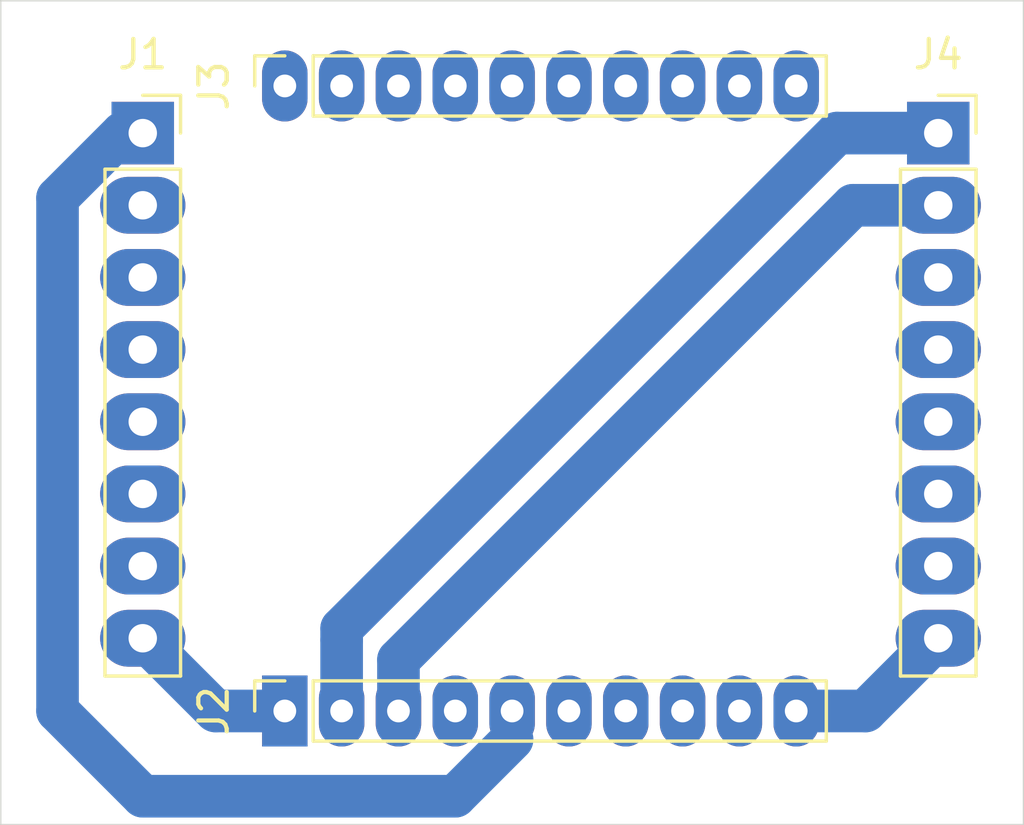
<source format=kicad_pcb>
(kicad_pcb (version 20171130) (host pcbnew "(5.1.6)-1")

  (general
    (thickness 1.6)
    (drawings 4)
    (tracks 17)
    (zones 0)
    (modules 4)
    (nets 32)
  )

  (page A4)
  (layers
    (0 F.Cu signal)
    (31 B.Cu signal)
    (32 B.Adhes user hide)
    (33 F.Adhes user hide)
    (34 B.Paste user)
    (35 F.Paste user hide)
    (36 B.SilkS user)
    (37 F.SilkS user)
    (38 B.Mask user)
    (39 F.Mask user)
    (40 Dwgs.User user)
    (41 Cmts.User user hide)
    (42 Eco1.User user hide)
    (43 Eco2.User user hide)
    (44 Edge.Cuts user)
    (45 Margin user hide)
    (46 B.CrtYd user hide)
    (47 F.CrtYd user hide)
    (48 B.Fab user hide)
    (49 F.Fab user hide)
  )

  (setup
    (last_trace_width 0.25)
    (user_trace_width 1.5)
    (user_trace_width 2)
    (trace_clearance 0.2)
    (zone_clearance 0.508)
    (zone_45_only no)
    (trace_min 0.2)
    (via_size 0.8)
    (via_drill 0.4)
    (via_min_size 0.4)
    (via_min_drill 0.3)
    (uvia_size 0.3)
    (uvia_drill 0.1)
    (uvias_allowed no)
    (uvia_min_size 0.2)
    (uvia_min_drill 0.1)
    (edge_width 0.05)
    (segment_width 0.2)
    (pcb_text_width 0.3)
    (pcb_text_size 1.5 1.5)
    (mod_edge_width 0.12)
    (mod_text_size 1 1)
    (mod_text_width 0.15)
    (pad_size 2.5 1.6)
    (pad_drill 0.8)
    (pad_to_mask_clearance 0.051)
    (solder_mask_min_width 0.25)
    (aux_axis_origin 0 0)
    (visible_elements 7FFFFFFF)
    (pcbplotparams
      (layerselection 0x3ffff_ffffffff)
      (usegerberextensions false)
      (usegerberattributes false)
      (usegerberadvancedattributes false)
      (creategerberjobfile false)
      (excludeedgelayer true)
      (linewidth 0.100000)
      (plotframeref false)
      (viasonmask false)
      (mode 1)
      (useauxorigin false)
      (hpglpennumber 1)
      (hpglpenspeed 20)
      (hpglpendiameter 15.000000)
      (psnegative false)
      (psa4output false)
      (plotreference true)
      (plotvalue true)
      (plotinvisibletext false)
      (padsonsilk false)
      (subtractmaskfromsilk false)
      (outputformat 1)
      (mirror false)
      (drillshape 0)
      (scaleselection 1)
      (outputdirectory ""))
  )

  (net 0 "")
  (net 1 "Net-(J1-Pad1)")
  (net 2 "Net-(J1-Pad2)")
  (net 3 "Net-(J1-Pad3)")
  (net 4 "Net-(J1-Pad4)")
  (net 5 "Net-(J1-Pad5)")
  (net 6 "Net-(J1-Pad6)")
  (net 7 "Net-(J1-Pad7)")
  (net 8 "Net-(J1-Pad8)")
  (net 9 "Net-(J3-Pad1)")
  (net 10 "Net-(J3-Pad2)")
  (net 11 "Net-(J3-Pad3)")
  (net 12 "Net-(J3-Pad4)")
  (net 13 "Net-(J3-Pad5)")
  (net 14 "Net-(J3-Pad6)")
  (net 15 "Net-(J3-Pad7)")
  (net 16 "Net-(J3-Pad8)")
  (net 17 "Net-(J3-Pad9)")
  (net 18 "Net-(J3-Pad10)")
  (net 19 "Net-(J4-Pad7)")
  (net 20 "Net-(J4-Pad6)")
  (net 21 "Net-(J4-Pad5)")
  (net 22 "Net-(J4-Pad4)")
  (net 23 "Net-(J4-Pad3)")
  (net 24 "Net-(J2-Pad3)")
  (net 25 "Net-(J2-Pad2)")
  (net 26 "Net-(J2-Pad4)")
  (net 27 "Net-(J2-Pad6)")
  (net 28 "Net-(J2-Pad7)")
  (net 29 "Net-(J2-Pad8)")
  (net 30 "Net-(J2-Pad9)")
  (net 31 GND)

  (net_class Default "Esta es la clase de red por defecto."
    (clearance 0.2)
    (trace_width 0.25)
    (via_dia 0.8)
    (via_drill 0.4)
    (uvia_dia 0.3)
    (uvia_drill 0.1)
    (add_net GND)
    (add_net "Net-(J1-Pad1)")
    (add_net "Net-(J1-Pad2)")
    (add_net "Net-(J1-Pad3)")
    (add_net "Net-(J1-Pad4)")
    (add_net "Net-(J1-Pad5)")
    (add_net "Net-(J1-Pad6)")
    (add_net "Net-(J1-Pad7)")
    (add_net "Net-(J1-Pad8)")
    (add_net "Net-(J2-Pad2)")
    (add_net "Net-(J2-Pad3)")
    (add_net "Net-(J2-Pad4)")
    (add_net "Net-(J2-Pad6)")
    (add_net "Net-(J2-Pad7)")
    (add_net "Net-(J2-Pad8)")
    (add_net "Net-(J2-Pad9)")
    (add_net "Net-(J3-Pad1)")
    (add_net "Net-(J3-Pad10)")
    (add_net "Net-(J3-Pad2)")
    (add_net "Net-(J3-Pad3)")
    (add_net "Net-(J3-Pad4)")
    (add_net "Net-(J3-Pad5)")
    (add_net "Net-(J3-Pad6)")
    (add_net "Net-(J3-Pad7)")
    (add_net "Net-(J3-Pad8)")
    (add_net "Net-(J3-Pad9)")
    (add_net "Net-(J4-Pad3)")
    (add_net "Net-(J4-Pad4)")
    (add_net "Net-(J4-Pad5)")
    (add_net "Net-(J4-Pad6)")
    (add_net "Net-(J4-Pad7)")
  )

  (module Connector_PinSocket_2.54mm:PinSocket_1x08_P2.54mm_Vertical (layer F.Cu) (tedit 5EBC0996) (tstamp 5EBB6B1B)
    (at 107.9 106.68)
    (descr "Through hole straight socket strip, 1x08, 2.54mm pitch, single row (from Kicad 4.0.7), script generated")
    (tags "Through hole socket strip THT 1x08 2.54mm single row")
    (path /5EBBF539)
    (fp_text reference J1 (at 0 -2.77) (layer F.SilkS)
      (effects (font (size 1 1) (thickness 0.15)))
    )
    (fp_text value Conn_01x08_Female (at 0 20.55) (layer F.Fab)
      (effects (font (size 1 1) (thickness 0.15)))
    )
    (fp_line (start -1.8 19.55) (end -1.8 -1.8) (layer F.CrtYd) (width 0.05))
    (fp_line (start 1.75 19.55) (end -1.8 19.55) (layer F.CrtYd) (width 0.05))
    (fp_line (start 1.75 -1.8) (end 1.75 19.55) (layer F.CrtYd) (width 0.05))
    (fp_line (start -1.8 -1.8) (end 1.75 -1.8) (layer F.CrtYd) (width 0.05))
    (fp_line (start 0 -1.33) (end 1.33 -1.33) (layer F.SilkS) (width 0.12))
    (fp_line (start 1.33 -1.33) (end 1.33 0) (layer F.SilkS) (width 0.12))
    (fp_line (start 1.33 1.27) (end 1.33 19.11) (layer F.SilkS) (width 0.12))
    (fp_line (start -1.33 19.11) (end 1.33 19.11) (layer F.SilkS) (width 0.12))
    (fp_line (start -1.33 1.27) (end -1.33 19.11) (layer F.SilkS) (width 0.12))
    (fp_line (start -1.33 1.27) (end 1.33 1.27) (layer F.SilkS) (width 0.12))
    (fp_line (start -1.27 19.05) (end -1.27 -1.27) (layer F.Fab) (width 0.1))
    (fp_line (start 1.27 19.05) (end -1.27 19.05) (layer F.Fab) (width 0.1))
    (fp_line (start 1.27 -0.635) (end 1.27 19.05) (layer F.Fab) (width 0.1))
    (fp_line (start 0.635 -1.27) (end 1.27 -0.635) (layer F.Fab) (width 0.1))
    (fp_line (start -1.27 -1.27) (end 0.635 -1.27) (layer F.Fab) (width 0.1))
    (fp_text user %R (at 0 8.89 90) (layer F.Fab)
      (effects (font (size 1 1) (thickness 0.15)))
    )
    (pad 1 thru_hole rect (at 0 0) (size 2.2 2.2) (drill 1) (layers *.Cu *.Mask)
      (net 1 "Net-(J1-Pad1)"))
    (pad 2 thru_hole oval (at 0 2.54) (size 3 2) (drill 1) (layers *.Cu *.Mask)
      (net 2 "Net-(J1-Pad2)"))
    (pad 3 thru_hole oval (at 0 5.08) (size 3 2) (drill 1) (layers *.Cu *.Mask)
      (net 3 "Net-(J1-Pad3)"))
    (pad 4 thru_hole oval (at 0 7.62) (size 3 2) (drill 1) (layers *.Cu *.Mask)
      (net 4 "Net-(J1-Pad4)"))
    (pad 5 thru_hole oval (at 0 10.16) (size 3 2) (drill 1) (layers *.Cu *.Mask)
      (net 5 "Net-(J1-Pad5)"))
    (pad 6 thru_hole oval (at 0 12.7) (size 3 2) (drill 1) (layers *.Cu *.Mask)
      (net 6 "Net-(J1-Pad6)"))
    (pad 7 thru_hole oval (at 0 15.24) (size 3 2) (drill 1) (layers *.Cu *.Mask)
      (net 7 "Net-(J1-Pad7)"))
    (pad 8 thru_hole oval (at 0 17.78) (size 3 2) (drill 1) (layers *.Cu *.Mask)
      (net 8 "Net-(J1-Pad8)"))
    (model ${KISYS3DMOD}/Connector_PinSocket_2.54mm.3dshapes/PinSocket_1x08_P2.54mm_Vertical.wrl
      (at (xyz 0 0 0))
      (scale (xyz 1 1 1))
      (rotate (xyz 0 0 0))
    )
  )

  (module Connector_PinSocket_2.00mm:PinSocket_1x10_P2.00mm_Vertical (layer F.Cu) (tedit 5EBC0FFE) (tstamp 5EBB6B39)
    (at 112.9 127.02 90)
    (descr "Through hole straight socket strip, 1x10, 2.00mm pitch, single row (from Kicad 4.0.7), script generated")
    (tags "Through hole socket strip THT 1x10 2.00mm single row")
    (path /5EBC0662)
    (fp_text reference J2 (at 0 -2.5 90) (layer F.SilkS)
      (effects (font (size 1 1) (thickness 0.15)))
    )
    (fp_text value Conn_01x10_Female (at 0 20.5 90) (layer F.Fab)
      (effects (font (size 1 1) (thickness 0.15)))
    )
    (fp_line (start -1.5 19.5) (end -1.5 -1.5) (layer F.CrtYd) (width 0.05))
    (fp_line (start 1.5 19.5) (end -1.5 19.5) (layer F.CrtYd) (width 0.05))
    (fp_line (start 1.5 -1.5) (end 1.5 19.5) (layer F.CrtYd) (width 0.05))
    (fp_line (start -1.5 -1.5) (end 1.5 -1.5) (layer F.CrtYd) (width 0.05))
    (fp_line (start 0 -1.06) (end 1.06 -1.06) (layer F.SilkS) (width 0.12))
    (fp_line (start 1.06 -1.06) (end 1.06 0) (layer F.SilkS) (width 0.12))
    (fp_line (start 1.06 1) (end 1.06 19.06) (layer F.SilkS) (width 0.12))
    (fp_line (start -1.06 19.06) (end 1.06 19.06) (layer F.SilkS) (width 0.12))
    (fp_line (start -1.06 1) (end -1.06 19.06) (layer F.SilkS) (width 0.12))
    (fp_line (start -1.06 1) (end 1.06 1) (layer F.SilkS) (width 0.12))
    (fp_line (start -1 19) (end -1 -1) (layer F.Fab) (width 0.1))
    (fp_line (start 1 19) (end -1 19) (layer F.Fab) (width 0.1))
    (fp_line (start 1 -0.5) (end 1 19) (layer F.Fab) (width 0.1))
    (fp_line (start 0.5 -1) (end 1 -0.5) (layer F.Fab) (width 0.1))
    (fp_line (start -1 -1) (end 0.5 -1) (layer F.Fab) (width 0.1))
    (fp_text user %R (at 0 9) (layer F.Fab)
      (effects (font (size 1 1) (thickness 0.15)))
    )
    (pad 1 thru_hole rect (at 0 0 90) (size 2.5 1.6) (drill 0.8) (layers *.Cu *.Mask)
      (net 8 "Net-(J1-Pad8)"))
    (pad 2 thru_hole oval (at 0 2 90) (size 2.5 1.6) (drill 0.8) (layers *.Cu *.Mask)
      (net 25 "Net-(J2-Pad2)"))
    (pad 3 thru_hole oval (at 0 4 90) (size 2.5 1.6) (drill 0.8) (layers *.Cu *.Mask)
      (net 24 "Net-(J2-Pad3)"))
    (pad 4 thru_hole oval (at 0 6 90) (size 2.5 1.6) (drill 0.8) (layers *.Cu *.Mask)
      (net 26 "Net-(J2-Pad4)"))
    (pad 5 thru_hole oval (at 0 8 90) (size 2.5 1.6) (drill 0.8) (layers *.Cu *.Mask)
      (net 1 "Net-(J1-Pad1)"))
    (pad 6 thru_hole oval (at 0 10 90) (size 2.5 1.6) (drill 0.8) (layers *.Cu *.Mask)
      (net 27 "Net-(J2-Pad6)"))
    (pad 7 thru_hole oval (at 0 12 90) (size 2.5 1.6) (drill 0.8) (layers *.Cu *.Mask)
      (net 28 "Net-(J2-Pad7)"))
    (pad 8 thru_hole oval (at 0 14 90) (size 2.5 1.6) (drill 0.8) (layers *.Cu *.Mask)
      (net 29 "Net-(J2-Pad8)"))
    (pad 9 thru_hole oval (at 0 16 90) (size 2.5 1.6) (drill 0.8) (layers *.Cu *.Mask)
      (net 30 "Net-(J2-Pad9)"))
    (pad 10 thru_hole oval (at 0 18 90) (size 2.5 1.6) (drill 0.8) (layers *.Cu *.Mask)
      (net 31 GND) (zone_connect 2))
    (model ${KISYS3DMOD}/Connector_PinSocket_2.00mm.3dshapes/PinSocket_1x10_P2.00mm_Vertical.wrl
      (at (xyz 0 0 0))
      (scale (xyz 1 1 1))
      (rotate (xyz 0 0 0))
    )
  )

  (module Connector_PinSocket_2.00mm:PinSocket_1x10_P2.00mm_Vertical (layer F.Cu) (tedit 5EBC0FA6) (tstamp 5EBB700D)
    (at 112.9 105.02 90)
    (descr "Through hole straight socket strip, 1x10, 2.00mm pitch, single row (from Kicad 4.0.7), script generated")
    (tags "Through hole socket strip THT 1x10 2.00mm single row")
    (path /5EBC0F79)
    (fp_text reference J3 (at 0 -2.5 90) (layer F.SilkS)
      (effects (font (size 1 1) (thickness 0.15)))
    )
    (fp_text value Conn_01x10_Female (at 0 20.5 90) (layer F.Fab)
      (effects (font (size 1 1) (thickness 0.15)))
    )
    (fp_line (start -1 -1) (end 0.5 -1) (layer F.Fab) (width 0.1))
    (fp_line (start 0.5 -1) (end 1 -0.5) (layer F.Fab) (width 0.1))
    (fp_line (start 1 -0.5) (end 1 19) (layer F.Fab) (width 0.1))
    (fp_line (start 1 19) (end -1 19) (layer F.Fab) (width 0.1))
    (fp_line (start -1 19) (end -1 -1) (layer F.Fab) (width 0.1))
    (fp_line (start -1.06 1) (end 1.06 1) (layer F.SilkS) (width 0.12))
    (fp_line (start -1.06 1) (end -1.06 19.06) (layer F.SilkS) (width 0.12))
    (fp_line (start -1.06 19.06) (end 1.06 19.06) (layer F.SilkS) (width 0.12))
    (fp_line (start 1.06 1) (end 1.06 19.06) (layer F.SilkS) (width 0.12))
    (fp_line (start 1.06 -1.06) (end 1.06 0) (layer F.SilkS) (width 0.12))
    (fp_line (start 0 -1.06) (end 1.06 -1.06) (layer F.SilkS) (width 0.12))
    (fp_line (start -1.5 -1.5) (end 1.5 -1.5) (layer F.CrtYd) (width 0.05))
    (fp_line (start 1.5 -1.5) (end 1.5 19.5) (layer F.CrtYd) (width 0.05))
    (fp_line (start 1.5 19.5) (end -1.5 19.5) (layer F.CrtYd) (width 0.05))
    (fp_line (start -1.5 19.5) (end -1.5 -1.5) (layer F.CrtYd) (width 0.05))
    (fp_text user %R (at 0 9) (layer F.Fab)
      (effects (font (size 1 1) (thickness 0.15)))
    )
    (pad 10 thru_hole oval (at 0 18 90) (size 2.5 1.6) (drill 0.8) (layers *.Cu *.Mask)
      (net 18 "Net-(J3-Pad10)"))
    (pad 9 thru_hole oval (at 0 16 90) (size 2.5 1.6) (drill 0.8) (layers *.Cu *.Mask)
      (net 17 "Net-(J3-Pad9)"))
    (pad 8 thru_hole oval (at 0 14 90) (size 2.5 1.6) (drill 0.8) (layers *.Cu *.Mask)
      (net 16 "Net-(J3-Pad8)"))
    (pad 7 thru_hole oval (at 0 12 90) (size 2.5 1.6) (drill 0.8) (layers *.Cu *.Mask)
      (net 15 "Net-(J3-Pad7)"))
    (pad 6 thru_hole oval (at 0 10 90) (size 2.5 1.6) (drill 0.8) (layers *.Cu *.Mask)
      (net 14 "Net-(J3-Pad6)"))
    (pad 5 thru_hole oval (at 0 8 90) (size 2.5 1.6) (drill 0.8) (layers *.Cu *.Mask)
      (net 13 "Net-(J3-Pad5)"))
    (pad 4 thru_hole oval (at 0 6 90) (size 2.5 1.6) (drill 0.8) (layers *.Cu *.Mask)
      (net 12 "Net-(J3-Pad4)"))
    (pad 3 thru_hole oval (at 0 4 90) (size 2.5 1.6) (drill 0.8) (layers *.Cu *.Mask)
      (net 11 "Net-(J3-Pad3)"))
    (pad 2 thru_hole oval (at 0 2 90) (size 2.5 1.6) (drill 0.8) (layers *.Cu *.Mask)
      (net 10 "Net-(J3-Pad2)"))
    (pad 1 thru_hole oval (at 0 0 90) (size 2.5 1.6) (drill 0.8) (layers *.Cu *.Mask)
      (net 9 "Net-(J3-Pad1)"))
    (model ${KISYS3DMOD}/Connector_PinSocket_2.00mm.3dshapes/PinSocket_1x10_P2.00mm_Vertical.wrl
      (at (xyz 0 0 0))
      (scale (xyz 1 1 1))
      (rotate (xyz 0 0 0))
    )
  )

  (module Connector_PinSocket_2.54mm:PinSocket_1x08_P2.54mm_Vertical (layer F.Cu) (tedit 5EBC09CF) (tstamp 5EBB6B73)
    (at 135.9 106.68)
    (descr "Through hole straight socket strip, 1x08, 2.54mm pitch, single row (from Kicad 4.0.7), script generated")
    (tags "Through hole socket strip THT 1x08 2.54mm single row")
    (path /5EBBFE7C)
    (fp_text reference J4 (at 0 -2.77) (layer F.SilkS)
      (effects (font (size 1 1) (thickness 0.15)))
    )
    (fp_text value Conn_01x08_Female (at 0 20.55) (layer F.Fab)
      (effects (font (size 1 1) (thickness 0.15)))
    )
    (fp_line (start -1.27 -1.27) (end 0.635 -1.27) (layer F.Fab) (width 0.1))
    (fp_line (start 0.635 -1.27) (end 1.27 -0.635) (layer F.Fab) (width 0.1))
    (fp_line (start 1.27 -0.635) (end 1.27 19.05) (layer F.Fab) (width 0.1))
    (fp_line (start 1.27 19.05) (end -1.27 19.05) (layer F.Fab) (width 0.1))
    (fp_line (start -1.27 19.05) (end -1.27 -1.27) (layer F.Fab) (width 0.1))
    (fp_line (start -1.33 1.27) (end 1.33 1.27) (layer F.SilkS) (width 0.12))
    (fp_line (start -1.33 1.27) (end -1.33 19.11) (layer F.SilkS) (width 0.12))
    (fp_line (start -1.33 19.11) (end 1.33 19.11) (layer F.SilkS) (width 0.12))
    (fp_line (start 1.33 1.27) (end 1.33 19.11) (layer F.SilkS) (width 0.12))
    (fp_line (start 1.33 -1.33) (end 1.33 0) (layer F.SilkS) (width 0.12))
    (fp_line (start 0 -1.33) (end 1.33 -1.33) (layer F.SilkS) (width 0.12))
    (fp_line (start -1.8 -1.8) (end 1.75 -1.8) (layer F.CrtYd) (width 0.05))
    (fp_line (start 1.75 -1.8) (end 1.75 19.55) (layer F.CrtYd) (width 0.05))
    (fp_line (start 1.75 19.55) (end -1.8 19.55) (layer F.CrtYd) (width 0.05))
    (fp_line (start -1.8 19.55) (end -1.8 -1.8) (layer F.CrtYd) (width 0.05))
    (fp_text user %R (at 0 8.89 90) (layer F.Fab)
      (effects (font (size 1 1) (thickness 0.15)))
    )
    (pad 8 thru_hole oval (at 0 17.78) (size 3 2) (drill 1) (layers *.Cu *.Mask)
      (net 31 GND) (zone_connect 2))
    (pad 7 thru_hole oval (at 0 15.24) (size 3 2) (drill 1) (layers *.Cu *.Mask)
      (net 19 "Net-(J4-Pad7)"))
    (pad 6 thru_hole oval (at 0 12.7) (size 3 2) (drill 1) (layers *.Cu *.Mask)
      (net 20 "Net-(J4-Pad6)"))
    (pad 5 thru_hole oval (at 0 10.16) (size 3 2) (drill 1) (layers *.Cu *.Mask)
      (net 21 "Net-(J4-Pad5)"))
    (pad 4 thru_hole oval (at 0 7.62) (size 3 2) (drill 1) (layers *.Cu *.Mask)
      (net 22 "Net-(J4-Pad4)"))
    (pad 3 thru_hole oval (at 0 5.08) (size 3 2) (drill 1) (layers *.Cu *.Mask)
      (net 23 "Net-(J4-Pad3)"))
    (pad 2 thru_hole oval (at 0 2.54) (size 3 2) (drill 1) (layers *.Cu *.Mask)
      (net 24 "Net-(J2-Pad3)"))
    (pad 1 thru_hole rect (at 0 0) (size 2.2 2.2) (drill 1) (layers *.Cu *.Mask)
      (net 25 "Net-(J2-Pad2)"))
    (model ${KISYS3DMOD}/Connector_PinSocket_2.54mm.3dshapes/PinSocket_1x08_P2.54mm_Vertical.wrl
      (at (xyz 0 0 0))
      (scale (xyz 1 1 1))
      (rotate (xyz 0 0 0))
    )
  )

  (gr_line (start 138.9 102.02) (end 138.9 131.02) (layer Edge.Cuts) (width 0.05) (tstamp 5EBC1040))
  (gr_line (start 102.9 102.02) (end 138.9 102.02) (layer Edge.Cuts) (width 0.05))
  (gr_line (start 102.9 131.02) (end 102.9 102.02) (layer Edge.Cuts) (width 0.05))
  (gr_line (start 138.9 131.02) (end 102.9 131.02) (layer Edge.Cuts) (width 0.05))

  (segment (start 107.9 106.68) (end 107.18227 106.68) (width 1.5) (layer B.Cu) (net 1))
  (segment (start 107.18227 106.68) (end 104.9 108.96227) (width 1.5) (layer B.Cu) (net 1))
  (segment (start 104.9 108.96227) (end 104.9 127.02) (width 1.5) (layer B.Cu) (net 1))
  (segment (start 104.9 127.02) (end 107.9 130.02) (width 1.5) (layer B.Cu) (net 1))
  (segment (start 120.9 128.02) (end 118.9 130.02) (width 1.5) (layer B.Cu) (net 1))
  (segment (start 118.9 130.02) (end 107.9 130.02) (width 1.5) (layer B.Cu) (net 1))
  (segment (start 110.46 127.02) (end 107.9 124.46) (width 1.5) (layer B.Cu) (net 8))
  (segment (start 112.9 127.02) (end 110.46 127.02) (width 1.5) (layer B.Cu) (net 8))
  (segment (start 132.9 109.22) (end 135.9 109.22) (width 1.5) (layer B.Cu) (net 24))
  (segment (start 116.9 125.22) (end 132.9 109.22) (width 1.5) (layer B.Cu) (net 24))
  (segment (start 116.9 127.02) (end 116.9 125.22) (width 1.5) (layer B.Cu) (net 24))
  (segment (start 114.9 124.52) (end 114.9 127.02) (width 1.5) (layer B.Cu) (net 25))
  (segment (start 114.9 124.115823) (end 114.9 124.52) (width 1.5) (layer B.Cu) (net 25))
  (segment (start 132.335823 106.68) (end 114.9 124.115823) (width 1.5) (layer B.Cu) (net 25))
  (segment (start 135.9 106.68) (end 132.335823 106.68) (width 1.5) (layer B.Cu) (net 25))
  (segment (start 133.34 127.02) (end 135.9 124.46) (width 1.5) (layer B.Cu) (net 31))
  (segment (start 130.9 127.02) (end 133.34 127.02) (width 1.5) (layer B.Cu) (net 31))

)

</source>
